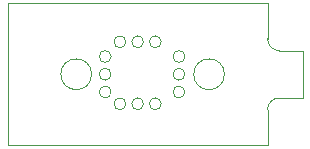
<source format=gbr>
%TF.GenerationSoftware,KiCad,Pcbnew,(5.1.8)-1*%
%TF.CreationDate,2021-09-17T10:49:21-04:00*%
%TF.ProjectId,HallEffect_CalibrationCoil,48616c6c-4566-4666-9563-745f43616c69,rev?*%
%TF.SameCoordinates,Original*%
%TF.FileFunction,Profile,NP*%
%FSLAX46Y46*%
G04 Gerber Fmt 4.6, Leading zero omitted, Abs format (unit mm)*
G04 Created by KiCad (PCBNEW (5.1.8)-1) date 2021-09-17 10:49:21*
%MOMM*%
%LPD*%
G01*
G04 APERTURE LIST*
%TA.AperFunction,Profile*%
%ADD10C,0.050000*%
%TD*%
G04 APERTURE END LIST*
D10*
X168750000Y-81500000D02*
G75*
G03*
X168750000Y-81500000I-500000J0D01*
G01*
X175000000Y-80000000D02*
G75*
G03*
X175000000Y-80000000I-500000J0D01*
G01*
X175000000Y-81500000D02*
G75*
G03*
X175000000Y-81500000I-500000J0D01*
G01*
X175000000Y-78500000D02*
G75*
G03*
X175000000Y-78500000I-500000J0D01*
G01*
X171500000Y-77250000D02*
G75*
G03*
X171500000Y-77250000I-500000J0D01*
G01*
X173000000Y-77250000D02*
G75*
G03*
X173000000Y-77250000I-500000J0D01*
G01*
X170000000Y-77250000D02*
G75*
G03*
X170000000Y-77250000I-500000J0D01*
G01*
X171500000Y-82500000D02*
G75*
G03*
X171500000Y-82500000I-500000J0D01*
G01*
X173000000Y-82500000D02*
G75*
G03*
X173000000Y-82500000I-500000J0D01*
G01*
X170000000Y-82500000D02*
G75*
G03*
X170000000Y-82500000I-500000J0D01*
G01*
X168750000Y-80000000D02*
G75*
G03*
X168750000Y-80000000I-500000J0D01*
G01*
X168750000Y-78500000D02*
G75*
G03*
X168750000Y-78500000I-500000J0D01*
G01*
X178350000Y-80000000D02*
G75*
G03*
X178350000Y-80000000I-1300000J0D01*
G01*
X167100000Y-80000000D02*
G75*
G03*
X167100000Y-80000000I-1300000J0D01*
G01*
X183000000Y-78000000D02*
X185000000Y-78000000D01*
X182000000Y-77000000D02*
X182000000Y-74000000D01*
X182000000Y-83000000D02*
X182000000Y-86000000D01*
X183000000Y-82000000D02*
X185000000Y-82000000D01*
X183000000Y-78000000D02*
G75*
G02*
X182000000Y-77000000I0J1000000D01*
G01*
X182000000Y-83000000D02*
G75*
G02*
X183000000Y-82000000I1000000J0D01*
G01*
X182000000Y-74000000D02*
X160000000Y-74000000D01*
X185000000Y-82000000D02*
X185000000Y-78000000D01*
X160000000Y-86000000D02*
X182000000Y-86000000D01*
X160000000Y-74000000D02*
X160000000Y-86000000D01*
M02*

</source>
